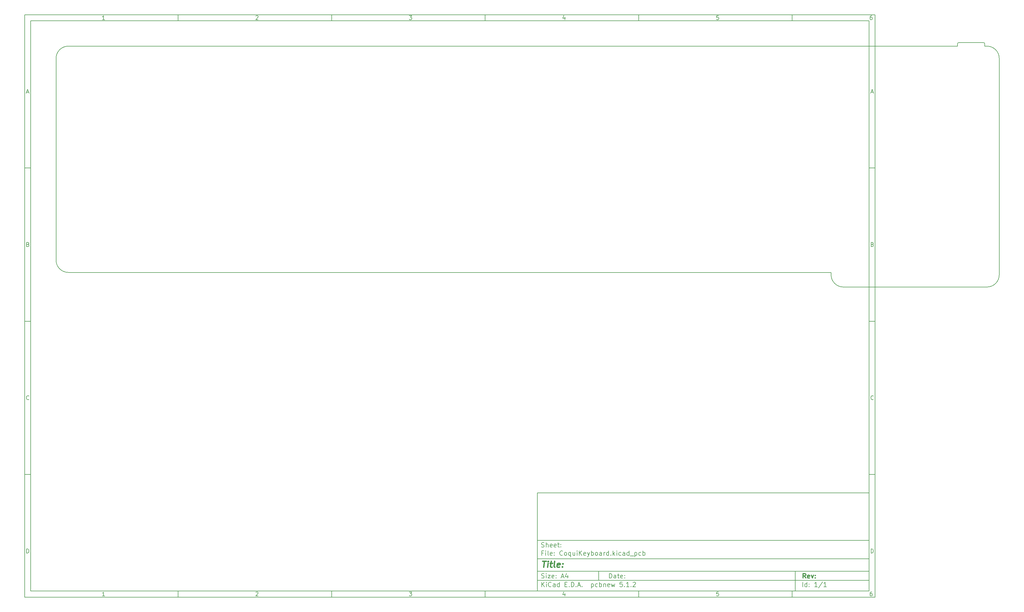
<source format=gbr>
%TF.GenerationSoftware,KiCad,Pcbnew,5.1.2*%
%TF.CreationDate,2019-06-09T19:24:23-04:00*%
%TF.ProjectId,CoquiKeyboard,436f7175-694b-4657-9962-6f6172642e6b,rev?*%
%TF.SameCoordinates,Original*%
%TF.FileFunction,Profile,NP*%
%FSLAX46Y46*%
G04 Gerber Fmt 4.6, Leading zero omitted, Abs format (unit mm)*
G04 Created by KiCad (PCBNEW 5.1.2) date 2019-06-09 19:24:23*
%MOMM*%
%LPD*%
G04 APERTURE LIST*
%ADD10C,0.100000*%
%ADD11C,0.150000*%
%ADD12C,0.300000*%
%ADD13C,0.400000*%
%ADD14C,0.200000*%
G04 APERTURE END LIST*
D10*
D11*
X177002200Y-166007200D02*
X177002200Y-198007200D01*
X285002200Y-198007200D01*
X285002200Y-166007200D01*
X177002200Y-166007200D01*
D10*
D11*
X10000000Y-10000000D02*
X10000000Y-200007200D01*
X287002200Y-200007200D01*
X287002200Y-10000000D01*
X10000000Y-10000000D01*
D10*
D11*
X12000000Y-12000000D02*
X12000000Y-198007200D01*
X285002200Y-198007200D01*
X285002200Y-12000000D01*
X12000000Y-12000000D01*
D10*
D11*
X60000000Y-12000000D02*
X60000000Y-10000000D01*
D10*
D11*
X110000000Y-12000000D02*
X110000000Y-10000000D01*
D10*
D11*
X160000000Y-12000000D02*
X160000000Y-10000000D01*
D10*
D11*
X210000000Y-12000000D02*
X210000000Y-10000000D01*
D10*
D11*
X260000000Y-12000000D02*
X260000000Y-10000000D01*
D10*
D11*
X36065476Y-11588095D02*
X35322619Y-11588095D01*
X35694047Y-11588095D02*
X35694047Y-10288095D01*
X35570238Y-10473809D01*
X35446428Y-10597619D01*
X35322619Y-10659523D01*
D10*
D11*
X85322619Y-10411904D02*
X85384523Y-10350000D01*
X85508333Y-10288095D01*
X85817857Y-10288095D01*
X85941666Y-10350000D01*
X86003571Y-10411904D01*
X86065476Y-10535714D01*
X86065476Y-10659523D01*
X86003571Y-10845238D01*
X85260714Y-11588095D01*
X86065476Y-11588095D01*
D10*
D11*
X135260714Y-10288095D02*
X136065476Y-10288095D01*
X135632142Y-10783333D01*
X135817857Y-10783333D01*
X135941666Y-10845238D01*
X136003571Y-10907142D01*
X136065476Y-11030952D01*
X136065476Y-11340476D01*
X136003571Y-11464285D01*
X135941666Y-11526190D01*
X135817857Y-11588095D01*
X135446428Y-11588095D01*
X135322619Y-11526190D01*
X135260714Y-11464285D01*
D10*
D11*
X185941666Y-10721428D02*
X185941666Y-11588095D01*
X185632142Y-10226190D02*
X185322619Y-11154761D01*
X186127380Y-11154761D01*
D10*
D11*
X236003571Y-10288095D02*
X235384523Y-10288095D01*
X235322619Y-10907142D01*
X235384523Y-10845238D01*
X235508333Y-10783333D01*
X235817857Y-10783333D01*
X235941666Y-10845238D01*
X236003571Y-10907142D01*
X236065476Y-11030952D01*
X236065476Y-11340476D01*
X236003571Y-11464285D01*
X235941666Y-11526190D01*
X235817857Y-11588095D01*
X235508333Y-11588095D01*
X235384523Y-11526190D01*
X235322619Y-11464285D01*
D10*
D11*
X285941666Y-10288095D02*
X285694047Y-10288095D01*
X285570238Y-10350000D01*
X285508333Y-10411904D01*
X285384523Y-10597619D01*
X285322619Y-10845238D01*
X285322619Y-11340476D01*
X285384523Y-11464285D01*
X285446428Y-11526190D01*
X285570238Y-11588095D01*
X285817857Y-11588095D01*
X285941666Y-11526190D01*
X286003571Y-11464285D01*
X286065476Y-11340476D01*
X286065476Y-11030952D01*
X286003571Y-10907142D01*
X285941666Y-10845238D01*
X285817857Y-10783333D01*
X285570238Y-10783333D01*
X285446428Y-10845238D01*
X285384523Y-10907142D01*
X285322619Y-11030952D01*
D10*
D11*
X60000000Y-198007200D02*
X60000000Y-200007200D01*
D10*
D11*
X110000000Y-198007200D02*
X110000000Y-200007200D01*
D10*
D11*
X160000000Y-198007200D02*
X160000000Y-200007200D01*
D10*
D11*
X210000000Y-198007200D02*
X210000000Y-200007200D01*
D10*
D11*
X260000000Y-198007200D02*
X260000000Y-200007200D01*
D10*
D11*
X36065476Y-199595295D02*
X35322619Y-199595295D01*
X35694047Y-199595295D02*
X35694047Y-198295295D01*
X35570238Y-198481009D01*
X35446428Y-198604819D01*
X35322619Y-198666723D01*
D10*
D11*
X85322619Y-198419104D02*
X85384523Y-198357200D01*
X85508333Y-198295295D01*
X85817857Y-198295295D01*
X85941666Y-198357200D01*
X86003571Y-198419104D01*
X86065476Y-198542914D01*
X86065476Y-198666723D01*
X86003571Y-198852438D01*
X85260714Y-199595295D01*
X86065476Y-199595295D01*
D10*
D11*
X135260714Y-198295295D02*
X136065476Y-198295295D01*
X135632142Y-198790533D01*
X135817857Y-198790533D01*
X135941666Y-198852438D01*
X136003571Y-198914342D01*
X136065476Y-199038152D01*
X136065476Y-199347676D01*
X136003571Y-199471485D01*
X135941666Y-199533390D01*
X135817857Y-199595295D01*
X135446428Y-199595295D01*
X135322619Y-199533390D01*
X135260714Y-199471485D01*
D10*
D11*
X185941666Y-198728628D02*
X185941666Y-199595295D01*
X185632142Y-198233390D02*
X185322619Y-199161961D01*
X186127380Y-199161961D01*
D10*
D11*
X236003571Y-198295295D02*
X235384523Y-198295295D01*
X235322619Y-198914342D01*
X235384523Y-198852438D01*
X235508333Y-198790533D01*
X235817857Y-198790533D01*
X235941666Y-198852438D01*
X236003571Y-198914342D01*
X236065476Y-199038152D01*
X236065476Y-199347676D01*
X236003571Y-199471485D01*
X235941666Y-199533390D01*
X235817857Y-199595295D01*
X235508333Y-199595295D01*
X235384523Y-199533390D01*
X235322619Y-199471485D01*
D10*
D11*
X285941666Y-198295295D02*
X285694047Y-198295295D01*
X285570238Y-198357200D01*
X285508333Y-198419104D01*
X285384523Y-198604819D01*
X285322619Y-198852438D01*
X285322619Y-199347676D01*
X285384523Y-199471485D01*
X285446428Y-199533390D01*
X285570238Y-199595295D01*
X285817857Y-199595295D01*
X285941666Y-199533390D01*
X286003571Y-199471485D01*
X286065476Y-199347676D01*
X286065476Y-199038152D01*
X286003571Y-198914342D01*
X285941666Y-198852438D01*
X285817857Y-198790533D01*
X285570238Y-198790533D01*
X285446428Y-198852438D01*
X285384523Y-198914342D01*
X285322619Y-199038152D01*
D10*
D11*
X10000000Y-60000000D02*
X12000000Y-60000000D01*
D10*
D11*
X10000000Y-110000000D02*
X12000000Y-110000000D01*
D10*
D11*
X10000000Y-160000000D02*
X12000000Y-160000000D01*
D10*
D11*
X10690476Y-35216666D02*
X11309523Y-35216666D01*
X10566666Y-35588095D02*
X11000000Y-34288095D01*
X11433333Y-35588095D01*
D10*
D11*
X11092857Y-84907142D02*
X11278571Y-84969047D01*
X11340476Y-85030952D01*
X11402380Y-85154761D01*
X11402380Y-85340476D01*
X11340476Y-85464285D01*
X11278571Y-85526190D01*
X11154761Y-85588095D01*
X10659523Y-85588095D01*
X10659523Y-84288095D01*
X11092857Y-84288095D01*
X11216666Y-84350000D01*
X11278571Y-84411904D01*
X11340476Y-84535714D01*
X11340476Y-84659523D01*
X11278571Y-84783333D01*
X11216666Y-84845238D01*
X11092857Y-84907142D01*
X10659523Y-84907142D01*
D10*
D11*
X11402380Y-135464285D02*
X11340476Y-135526190D01*
X11154761Y-135588095D01*
X11030952Y-135588095D01*
X10845238Y-135526190D01*
X10721428Y-135402380D01*
X10659523Y-135278571D01*
X10597619Y-135030952D01*
X10597619Y-134845238D01*
X10659523Y-134597619D01*
X10721428Y-134473809D01*
X10845238Y-134350000D01*
X11030952Y-134288095D01*
X11154761Y-134288095D01*
X11340476Y-134350000D01*
X11402380Y-134411904D01*
D10*
D11*
X10659523Y-185588095D02*
X10659523Y-184288095D01*
X10969047Y-184288095D01*
X11154761Y-184350000D01*
X11278571Y-184473809D01*
X11340476Y-184597619D01*
X11402380Y-184845238D01*
X11402380Y-185030952D01*
X11340476Y-185278571D01*
X11278571Y-185402380D01*
X11154761Y-185526190D01*
X10969047Y-185588095D01*
X10659523Y-185588095D01*
D10*
D11*
X287002200Y-60000000D02*
X285002200Y-60000000D01*
D10*
D11*
X287002200Y-110000000D02*
X285002200Y-110000000D01*
D10*
D11*
X287002200Y-160000000D02*
X285002200Y-160000000D01*
D10*
D11*
X285692676Y-35216666D02*
X286311723Y-35216666D01*
X285568866Y-35588095D02*
X286002200Y-34288095D01*
X286435533Y-35588095D01*
D10*
D11*
X286095057Y-84907142D02*
X286280771Y-84969047D01*
X286342676Y-85030952D01*
X286404580Y-85154761D01*
X286404580Y-85340476D01*
X286342676Y-85464285D01*
X286280771Y-85526190D01*
X286156961Y-85588095D01*
X285661723Y-85588095D01*
X285661723Y-84288095D01*
X286095057Y-84288095D01*
X286218866Y-84350000D01*
X286280771Y-84411904D01*
X286342676Y-84535714D01*
X286342676Y-84659523D01*
X286280771Y-84783333D01*
X286218866Y-84845238D01*
X286095057Y-84907142D01*
X285661723Y-84907142D01*
D10*
D11*
X286404580Y-135464285D02*
X286342676Y-135526190D01*
X286156961Y-135588095D01*
X286033152Y-135588095D01*
X285847438Y-135526190D01*
X285723628Y-135402380D01*
X285661723Y-135278571D01*
X285599819Y-135030952D01*
X285599819Y-134845238D01*
X285661723Y-134597619D01*
X285723628Y-134473809D01*
X285847438Y-134350000D01*
X286033152Y-134288095D01*
X286156961Y-134288095D01*
X286342676Y-134350000D01*
X286404580Y-134411904D01*
D10*
D11*
X285661723Y-185588095D02*
X285661723Y-184288095D01*
X285971247Y-184288095D01*
X286156961Y-184350000D01*
X286280771Y-184473809D01*
X286342676Y-184597619D01*
X286404580Y-184845238D01*
X286404580Y-185030952D01*
X286342676Y-185278571D01*
X286280771Y-185402380D01*
X286156961Y-185526190D01*
X285971247Y-185588095D01*
X285661723Y-185588095D01*
D10*
D11*
X200434342Y-193785771D02*
X200434342Y-192285771D01*
X200791485Y-192285771D01*
X201005771Y-192357200D01*
X201148628Y-192500057D01*
X201220057Y-192642914D01*
X201291485Y-192928628D01*
X201291485Y-193142914D01*
X201220057Y-193428628D01*
X201148628Y-193571485D01*
X201005771Y-193714342D01*
X200791485Y-193785771D01*
X200434342Y-193785771D01*
X202577200Y-193785771D02*
X202577200Y-193000057D01*
X202505771Y-192857200D01*
X202362914Y-192785771D01*
X202077200Y-192785771D01*
X201934342Y-192857200D01*
X202577200Y-193714342D02*
X202434342Y-193785771D01*
X202077200Y-193785771D01*
X201934342Y-193714342D01*
X201862914Y-193571485D01*
X201862914Y-193428628D01*
X201934342Y-193285771D01*
X202077200Y-193214342D01*
X202434342Y-193214342D01*
X202577200Y-193142914D01*
X203077200Y-192785771D02*
X203648628Y-192785771D01*
X203291485Y-192285771D02*
X203291485Y-193571485D01*
X203362914Y-193714342D01*
X203505771Y-193785771D01*
X203648628Y-193785771D01*
X204720057Y-193714342D02*
X204577200Y-193785771D01*
X204291485Y-193785771D01*
X204148628Y-193714342D01*
X204077200Y-193571485D01*
X204077200Y-193000057D01*
X204148628Y-192857200D01*
X204291485Y-192785771D01*
X204577200Y-192785771D01*
X204720057Y-192857200D01*
X204791485Y-193000057D01*
X204791485Y-193142914D01*
X204077200Y-193285771D01*
X205434342Y-193642914D02*
X205505771Y-193714342D01*
X205434342Y-193785771D01*
X205362914Y-193714342D01*
X205434342Y-193642914D01*
X205434342Y-193785771D01*
X205434342Y-192857200D02*
X205505771Y-192928628D01*
X205434342Y-193000057D01*
X205362914Y-192928628D01*
X205434342Y-192857200D01*
X205434342Y-193000057D01*
D10*
D11*
X177002200Y-194507200D02*
X285002200Y-194507200D01*
D10*
D11*
X178434342Y-196585771D02*
X178434342Y-195085771D01*
X179291485Y-196585771D02*
X178648628Y-195728628D01*
X179291485Y-195085771D02*
X178434342Y-195942914D01*
X179934342Y-196585771D02*
X179934342Y-195585771D01*
X179934342Y-195085771D02*
X179862914Y-195157200D01*
X179934342Y-195228628D01*
X180005771Y-195157200D01*
X179934342Y-195085771D01*
X179934342Y-195228628D01*
X181505771Y-196442914D02*
X181434342Y-196514342D01*
X181220057Y-196585771D01*
X181077200Y-196585771D01*
X180862914Y-196514342D01*
X180720057Y-196371485D01*
X180648628Y-196228628D01*
X180577200Y-195942914D01*
X180577200Y-195728628D01*
X180648628Y-195442914D01*
X180720057Y-195300057D01*
X180862914Y-195157200D01*
X181077200Y-195085771D01*
X181220057Y-195085771D01*
X181434342Y-195157200D01*
X181505771Y-195228628D01*
X182791485Y-196585771D02*
X182791485Y-195800057D01*
X182720057Y-195657200D01*
X182577200Y-195585771D01*
X182291485Y-195585771D01*
X182148628Y-195657200D01*
X182791485Y-196514342D02*
X182648628Y-196585771D01*
X182291485Y-196585771D01*
X182148628Y-196514342D01*
X182077200Y-196371485D01*
X182077200Y-196228628D01*
X182148628Y-196085771D01*
X182291485Y-196014342D01*
X182648628Y-196014342D01*
X182791485Y-195942914D01*
X184148628Y-196585771D02*
X184148628Y-195085771D01*
X184148628Y-196514342D02*
X184005771Y-196585771D01*
X183720057Y-196585771D01*
X183577200Y-196514342D01*
X183505771Y-196442914D01*
X183434342Y-196300057D01*
X183434342Y-195871485D01*
X183505771Y-195728628D01*
X183577200Y-195657200D01*
X183720057Y-195585771D01*
X184005771Y-195585771D01*
X184148628Y-195657200D01*
X186005771Y-195800057D02*
X186505771Y-195800057D01*
X186720057Y-196585771D02*
X186005771Y-196585771D01*
X186005771Y-195085771D01*
X186720057Y-195085771D01*
X187362914Y-196442914D02*
X187434342Y-196514342D01*
X187362914Y-196585771D01*
X187291485Y-196514342D01*
X187362914Y-196442914D01*
X187362914Y-196585771D01*
X188077200Y-196585771D02*
X188077200Y-195085771D01*
X188434342Y-195085771D01*
X188648628Y-195157200D01*
X188791485Y-195300057D01*
X188862914Y-195442914D01*
X188934342Y-195728628D01*
X188934342Y-195942914D01*
X188862914Y-196228628D01*
X188791485Y-196371485D01*
X188648628Y-196514342D01*
X188434342Y-196585771D01*
X188077200Y-196585771D01*
X189577200Y-196442914D02*
X189648628Y-196514342D01*
X189577200Y-196585771D01*
X189505771Y-196514342D01*
X189577200Y-196442914D01*
X189577200Y-196585771D01*
X190220057Y-196157200D02*
X190934342Y-196157200D01*
X190077200Y-196585771D02*
X190577200Y-195085771D01*
X191077200Y-196585771D01*
X191577200Y-196442914D02*
X191648628Y-196514342D01*
X191577200Y-196585771D01*
X191505771Y-196514342D01*
X191577200Y-196442914D01*
X191577200Y-196585771D01*
X194577200Y-195585771D02*
X194577200Y-197085771D01*
X194577200Y-195657200D02*
X194720057Y-195585771D01*
X195005771Y-195585771D01*
X195148628Y-195657200D01*
X195220057Y-195728628D01*
X195291485Y-195871485D01*
X195291485Y-196300057D01*
X195220057Y-196442914D01*
X195148628Y-196514342D01*
X195005771Y-196585771D01*
X194720057Y-196585771D01*
X194577200Y-196514342D01*
X196577200Y-196514342D02*
X196434342Y-196585771D01*
X196148628Y-196585771D01*
X196005771Y-196514342D01*
X195934342Y-196442914D01*
X195862914Y-196300057D01*
X195862914Y-195871485D01*
X195934342Y-195728628D01*
X196005771Y-195657200D01*
X196148628Y-195585771D01*
X196434342Y-195585771D01*
X196577200Y-195657200D01*
X197220057Y-196585771D02*
X197220057Y-195085771D01*
X197220057Y-195657200D02*
X197362914Y-195585771D01*
X197648628Y-195585771D01*
X197791485Y-195657200D01*
X197862914Y-195728628D01*
X197934342Y-195871485D01*
X197934342Y-196300057D01*
X197862914Y-196442914D01*
X197791485Y-196514342D01*
X197648628Y-196585771D01*
X197362914Y-196585771D01*
X197220057Y-196514342D01*
X198577200Y-195585771D02*
X198577200Y-196585771D01*
X198577200Y-195728628D02*
X198648628Y-195657200D01*
X198791485Y-195585771D01*
X199005771Y-195585771D01*
X199148628Y-195657200D01*
X199220057Y-195800057D01*
X199220057Y-196585771D01*
X200505771Y-196514342D02*
X200362914Y-196585771D01*
X200077200Y-196585771D01*
X199934342Y-196514342D01*
X199862914Y-196371485D01*
X199862914Y-195800057D01*
X199934342Y-195657200D01*
X200077200Y-195585771D01*
X200362914Y-195585771D01*
X200505771Y-195657200D01*
X200577200Y-195800057D01*
X200577200Y-195942914D01*
X199862914Y-196085771D01*
X201077200Y-195585771D02*
X201362914Y-196585771D01*
X201648628Y-195871485D01*
X201934342Y-196585771D01*
X202220057Y-195585771D01*
X204648628Y-195085771D02*
X203934342Y-195085771D01*
X203862914Y-195800057D01*
X203934342Y-195728628D01*
X204077200Y-195657200D01*
X204434342Y-195657200D01*
X204577200Y-195728628D01*
X204648628Y-195800057D01*
X204720057Y-195942914D01*
X204720057Y-196300057D01*
X204648628Y-196442914D01*
X204577200Y-196514342D01*
X204434342Y-196585771D01*
X204077200Y-196585771D01*
X203934342Y-196514342D01*
X203862914Y-196442914D01*
X205362914Y-196442914D02*
X205434342Y-196514342D01*
X205362914Y-196585771D01*
X205291485Y-196514342D01*
X205362914Y-196442914D01*
X205362914Y-196585771D01*
X206862914Y-196585771D02*
X206005771Y-196585771D01*
X206434342Y-196585771D02*
X206434342Y-195085771D01*
X206291485Y-195300057D01*
X206148628Y-195442914D01*
X206005771Y-195514342D01*
X207505771Y-196442914D02*
X207577200Y-196514342D01*
X207505771Y-196585771D01*
X207434342Y-196514342D01*
X207505771Y-196442914D01*
X207505771Y-196585771D01*
X208148628Y-195228628D02*
X208220057Y-195157200D01*
X208362914Y-195085771D01*
X208720057Y-195085771D01*
X208862914Y-195157200D01*
X208934342Y-195228628D01*
X209005771Y-195371485D01*
X209005771Y-195514342D01*
X208934342Y-195728628D01*
X208077200Y-196585771D01*
X209005771Y-196585771D01*
D10*
D11*
X177002200Y-191507200D02*
X285002200Y-191507200D01*
D10*
D12*
X264411485Y-193785771D02*
X263911485Y-193071485D01*
X263554342Y-193785771D02*
X263554342Y-192285771D01*
X264125771Y-192285771D01*
X264268628Y-192357200D01*
X264340057Y-192428628D01*
X264411485Y-192571485D01*
X264411485Y-192785771D01*
X264340057Y-192928628D01*
X264268628Y-193000057D01*
X264125771Y-193071485D01*
X263554342Y-193071485D01*
X265625771Y-193714342D02*
X265482914Y-193785771D01*
X265197200Y-193785771D01*
X265054342Y-193714342D01*
X264982914Y-193571485D01*
X264982914Y-193000057D01*
X265054342Y-192857200D01*
X265197200Y-192785771D01*
X265482914Y-192785771D01*
X265625771Y-192857200D01*
X265697200Y-193000057D01*
X265697200Y-193142914D01*
X264982914Y-193285771D01*
X266197200Y-192785771D02*
X266554342Y-193785771D01*
X266911485Y-192785771D01*
X267482914Y-193642914D02*
X267554342Y-193714342D01*
X267482914Y-193785771D01*
X267411485Y-193714342D01*
X267482914Y-193642914D01*
X267482914Y-193785771D01*
X267482914Y-192857200D02*
X267554342Y-192928628D01*
X267482914Y-193000057D01*
X267411485Y-192928628D01*
X267482914Y-192857200D01*
X267482914Y-193000057D01*
D10*
D11*
X178362914Y-193714342D02*
X178577200Y-193785771D01*
X178934342Y-193785771D01*
X179077200Y-193714342D01*
X179148628Y-193642914D01*
X179220057Y-193500057D01*
X179220057Y-193357200D01*
X179148628Y-193214342D01*
X179077200Y-193142914D01*
X178934342Y-193071485D01*
X178648628Y-193000057D01*
X178505771Y-192928628D01*
X178434342Y-192857200D01*
X178362914Y-192714342D01*
X178362914Y-192571485D01*
X178434342Y-192428628D01*
X178505771Y-192357200D01*
X178648628Y-192285771D01*
X179005771Y-192285771D01*
X179220057Y-192357200D01*
X179862914Y-193785771D02*
X179862914Y-192785771D01*
X179862914Y-192285771D02*
X179791485Y-192357200D01*
X179862914Y-192428628D01*
X179934342Y-192357200D01*
X179862914Y-192285771D01*
X179862914Y-192428628D01*
X180434342Y-192785771D02*
X181220057Y-192785771D01*
X180434342Y-193785771D01*
X181220057Y-193785771D01*
X182362914Y-193714342D02*
X182220057Y-193785771D01*
X181934342Y-193785771D01*
X181791485Y-193714342D01*
X181720057Y-193571485D01*
X181720057Y-193000057D01*
X181791485Y-192857200D01*
X181934342Y-192785771D01*
X182220057Y-192785771D01*
X182362914Y-192857200D01*
X182434342Y-193000057D01*
X182434342Y-193142914D01*
X181720057Y-193285771D01*
X183077200Y-193642914D02*
X183148628Y-193714342D01*
X183077200Y-193785771D01*
X183005771Y-193714342D01*
X183077200Y-193642914D01*
X183077200Y-193785771D01*
X183077200Y-192857200D02*
X183148628Y-192928628D01*
X183077200Y-193000057D01*
X183005771Y-192928628D01*
X183077200Y-192857200D01*
X183077200Y-193000057D01*
X184862914Y-193357200D02*
X185577200Y-193357200D01*
X184720057Y-193785771D02*
X185220057Y-192285771D01*
X185720057Y-193785771D01*
X186862914Y-192785771D02*
X186862914Y-193785771D01*
X186505771Y-192214342D02*
X186148628Y-193285771D01*
X187077200Y-193285771D01*
D10*
D11*
X263434342Y-196585771D02*
X263434342Y-195085771D01*
X264791485Y-196585771D02*
X264791485Y-195085771D01*
X264791485Y-196514342D02*
X264648628Y-196585771D01*
X264362914Y-196585771D01*
X264220057Y-196514342D01*
X264148628Y-196442914D01*
X264077200Y-196300057D01*
X264077200Y-195871485D01*
X264148628Y-195728628D01*
X264220057Y-195657200D01*
X264362914Y-195585771D01*
X264648628Y-195585771D01*
X264791485Y-195657200D01*
X265505771Y-196442914D02*
X265577200Y-196514342D01*
X265505771Y-196585771D01*
X265434342Y-196514342D01*
X265505771Y-196442914D01*
X265505771Y-196585771D01*
X265505771Y-195657200D02*
X265577200Y-195728628D01*
X265505771Y-195800057D01*
X265434342Y-195728628D01*
X265505771Y-195657200D01*
X265505771Y-195800057D01*
X268148628Y-196585771D02*
X267291485Y-196585771D01*
X267720057Y-196585771D02*
X267720057Y-195085771D01*
X267577200Y-195300057D01*
X267434342Y-195442914D01*
X267291485Y-195514342D01*
X269862914Y-195014342D02*
X268577200Y-196942914D01*
X271148628Y-196585771D02*
X270291485Y-196585771D01*
X270720057Y-196585771D02*
X270720057Y-195085771D01*
X270577200Y-195300057D01*
X270434342Y-195442914D01*
X270291485Y-195514342D01*
D10*
D11*
X177002200Y-187507200D02*
X285002200Y-187507200D01*
D10*
D13*
X178714580Y-188211961D02*
X179857438Y-188211961D01*
X179036009Y-190211961D02*
X179286009Y-188211961D01*
X180274104Y-190211961D02*
X180440771Y-188878628D01*
X180524104Y-188211961D02*
X180416961Y-188307200D01*
X180500295Y-188402438D01*
X180607438Y-188307200D01*
X180524104Y-188211961D01*
X180500295Y-188402438D01*
X181107438Y-188878628D02*
X181869342Y-188878628D01*
X181476485Y-188211961D02*
X181262200Y-189926247D01*
X181333628Y-190116723D01*
X181512200Y-190211961D01*
X181702676Y-190211961D01*
X182655057Y-190211961D02*
X182476485Y-190116723D01*
X182405057Y-189926247D01*
X182619342Y-188211961D01*
X184190771Y-190116723D02*
X183988390Y-190211961D01*
X183607438Y-190211961D01*
X183428866Y-190116723D01*
X183357438Y-189926247D01*
X183452676Y-189164342D01*
X183571723Y-188973866D01*
X183774104Y-188878628D01*
X184155057Y-188878628D01*
X184333628Y-188973866D01*
X184405057Y-189164342D01*
X184381247Y-189354819D01*
X183405057Y-189545295D01*
X185155057Y-190021485D02*
X185238390Y-190116723D01*
X185131247Y-190211961D01*
X185047914Y-190116723D01*
X185155057Y-190021485D01*
X185131247Y-190211961D01*
X185286009Y-188973866D02*
X185369342Y-189069104D01*
X185262200Y-189164342D01*
X185178866Y-189069104D01*
X185286009Y-188973866D01*
X185262200Y-189164342D01*
D10*
D11*
X178934342Y-185600057D02*
X178434342Y-185600057D01*
X178434342Y-186385771D02*
X178434342Y-184885771D01*
X179148628Y-184885771D01*
X179720057Y-186385771D02*
X179720057Y-185385771D01*
X179720057Y-184885771D02*
X179648628Y-184957200D01*
X179720057Y-185028628D01*
X179791485Y-184957200D01*
X179720057Y-184885771D01*
X179720057Y-185028628D01*
X180648628Y-186385771D02*
X180505771Y-186314342D01*
X180434342Y-186171485D01*
X180434342Y-184885771D01*
X181791485Y-186314342D02*
X181648628Y-186385771D01*
X181362914Y-186385771D01*
X181220057Y-186314342D01*
X181148628Y-186171485D01*
X181148628Y-185600057D01*
X181220057Y-185457200D01*
X181362914Y-185385771D01*
X181648628Y-185385771D01*
X181791485Y-185457200D01*
X181862914Y-185600057D01*
X181862914Y-185742914D01*
X181148628Y-185885771D01*
X182505771Y-186242914D02*
X182577200Y-186314342D01*
X182505771Y-186385771D01*
X182434342Y-186314342D01*
X182505771Y-186242914D01*
X182505771Y-186385771D01*
X182505771Y-185457200D02*
X182577200Y-185528628D01*
X182505771Y-185600057D01*
X182434342Y-185528628D01*
X182505771Y-185457200D01*
X182505771Y-185600057D01*
X185220057Y-186242914D02*
X185148628Y-186314342D01*
X184934342Y-186385771D01*
X184791485Y-186385771D01*
X184577200Y-186314342D01*
X184434342Y-186171485D01*
X184362914Y-186028628D01*
X184291485Y-185742914D01*
X184291485Y-185528628D01*
X184362914Y-185242914D01*
X184434342Y-185100057D01*
X184577200Y-184957200D01*
X184791485Y-184885771D01*
X184934342Y-184885771D01*
X185148628Y-184957200D01*
X185220057Y-185028628D01*
X186077200Y-186385771D02*
X185934342Y-186314342D01*
X185862914Y-186242914D01*
X185791485Y-186100057D01*
X185791485Y-185671485D01*
X185862914Y-185528628D01*
X185934342Y-185457200D01*
X186077200Y-185385771D01*
X186291485Y-185385771D01*
X186434342Y-185457200D01*
X186505771Y-185528628D01*
X186577200Y-185671485D01*
X186577200Y-186100057D01*
X186505771Y-186242914D01*
X186434342Y-186314342D01*
X186291485Y-186385771D01*
X186077200Y-186385771D01*
X187862914Y-185385771D02*
X187862914Y-186885771D01*
X187862914Y-186314342D02*
X187720057Y-186385771D01*
X187434342Y-186385771D01*
X187291485Y-186314342D01*
X187220057Y-186242914D01*
X187148628Y-186100057D01*
X187148628Y-185671485D01*
X187220057Y-185528628D01*
X187291485Y-185457200D01*
X187434342Y-185385771D01*
X187720057Y-185385771D01*
X187862914Y-185457200D01*
X189220057Y-185385771D02*
X189220057Y-186385771D01*
X188577200Y-185385771D02*
X188577200Y-186171485D01*
X188648628Y-186314342D01*
X188791485Y-186385771D01*
X189005771Y-186385771D01*
X189148628Y-186314342D01*
X189220057Y-186242914D01*
X189934342Y-186385771D02*
X189934342Y-185385771D01*
X189934342Y-184885771D02*
X189862914Y-184957200D01*
X189934342Y-185028628D01*
X190005771Y-184957200D01*
X189934342Y-184885771D01*
X189934342Y-185028628D01*
X190648628Y-186385771D02*
X190648628Y-184885771D01*
X191505771Y-186385771D02*
X190862914Y-185528628D01*
X191505771Y-184885771D02*
X190648628Y-185742914D01*
X192720057Y-186314342D02*
X192577200Y-186385771D01*
X192291485Y-186385771D01*
X192148628Y-186314342D01*
X192077200Y-186171485D01*
X192077200Y-185600057D01*
X192148628Y-185457200D01*
X192291485Y-185385771D01*
X192577200Y-185385771D01*
X192720057Y-185457200D01*
X192791485Y-185600057D01*
X192791485Y-185742914D01*
X192077200Y-185885771D01*
X193291485Y-185385771D02*
X193648628Y-186385771D01*
X194005771Y-185385771D02*
X193648628Y-186385771D01*
X193505771Y-186742914D01*
X193434342Y-186814342D01*
X193291485Y-186885771D01*
X194577200Y-186385771D02*
X194577200Y-184885771D01*
X194577200Y-185457200D02*
X194720057Y-185385771D01*
X195005771Y-185385771D01*
X195148628Y-185457200D01*
X195220057Y-185528628D01*
X195291485Y-185671485D01*
X195291485Y-186100057D01*
X195220057Y-186242914D01*
X195148628Y-186314342D01*
X195005771Y-186385771D01*
X194720057Y-186385771D01*
X194577200Y-186314342D01*
X196148628Y-186385771D02*
X196005771Y-186314342D01*
X195934342Y-186242914D01*
X195862914Y-186100057D01*
X195862914Y-185671485D01*
X195934342Y-185528628D01*
X196005771Y-185457200D01*
X196148628Y-185385771D01*
X196362914Y-185385771D01*
X196505771Y-185457200D01*
X196577200Y-185528628D01*
X196648628Y-185671485D01*
X196648628Y-186100057D01*
X196577200Y-186242914D01*
X196505771Y-186314342D01*
X196362914Y-186385771D01*
X196148628Y-186385771D01*
X197934342Y-186385771D02*
X197934342Y-185600057D01*
X197862914Y-185457200D01*
X197720057Y-185385771D01*
X197434342Y-185385771D01*
X197291485Y-185457200D01*
X197934342Y-186314342D02*
X197791485Y-186385771D01*
X197434342Y-186385771D01*
X197291485Y-186314342D01*
X197220057Y-186171485D01*
X197220057Y-186028628D01*
X197291485Y-185885771D01*
X197434342Y-185814342D01*
X197791485Y-185814342D01*
X197934342Y-185742914D01*
X198648628Y-186385771D02*
X198648628Y-185385771D01*
X198648628Y-185671485D02*
X198720057Y-185528628D01*
X198791485Y-185457200D01*
X198934342Y-185385771D01*
X199077200Y-185385771D01*
X200220057Y-186385771D02*
X200220057Y-184885771D01*
X200220057Y-186314342D02*
X200077200Y-186385771D01*
X199791485Y-186385771D01*
X199648628Y-186314342D01*
X199577200Y-186242914D01*
X199505771Y-186100057D01*
X199505771Y-185671485D01*
X199577200Y-185528628D01*
X199648628Y-185457200D01*
X199791485Y-185385771D01*
X200077200Y-185385771D01*
X200220057Y-185457200D01*
X200934342Y-186242914D02*
X201005771Y-186314342D01*
X200934342Y-186385771D01*
X200862914Y-186314342D01*
X200934342Y-186242914D01*
X200934342Y-186385771D01*
X201648628Y-186385771D02*
X201648628Y-184885771D01*
X201791485Y-185814342D02*
X202220057Y-186385771D01*
X202220057Y-185385771D02*
X201648628Y-185957200D01*
X202862914Y-186385771D02*
X202862914Y-185385771D01*
X202862914Y-184885771D02*
X202791485Y-184957200D01*
X202862914Y-185028628D01*
X202934342Y-184957200D01*
X202862914Y-184885771D01*
X202862914Y-185028628D01*
X204220057Y-186314342D02*
X204077200Y-186385771D01*
X203791485Y-186385771D01*
X203648628Y-186314342D01*
X203577200Y-186242914D01*
X203505771Y-186100057D01*
X203505771Y-185671485D01*
X203577200Y-185528628D01*
X203648628Y-185457200D01*
X203791485Y-185385771D01*
X204077200Y-185385771D01*
X204220057Y-185457200D01*
X205505771Y-186385771D02*
X205505771Y-185600057D01*
X205434342Y-185457200D01*
X205291485Y-185385771D01*
X205005771Y-185385771D01*
X204862914Y-185457200D01*
X205505771Y-186314342D02*
X205362914Y-186385771D01*
X205005771Y-186385771D01*
X204862914Y-186314342D01*
X204791485Y-186171485D01*
X204791485Y-186028628D01*
X204862914Y-185885771D01*
X205005771Y-185814342D01*
X205362914Y-185814342D01*
X205505771Y-185742914D01*
X206862914Y-186385771D02*
X206862914Y-184885771D01*
X206862914Y-186314342D02*
X206720057Y-186385771D01*
X206434342Y-186385771D01*
X206291485Y-186314342D01*
X206220057Y-186242914D01*
X206148628Y-186100057D01*
X206148628Y-185671485D01*
X206220057Y-185528628D01*
X206291485Y-185457200D01*
X206434342Y-185385771D01*
X206720057Y-185385771D01*
X206862914Y-185457200D01*
X207220057Y-186528628D02*
X208362914Y-186528628D01*
X208720057Y-185385771D02*
X208720057Y-186885771D01*
X208720057Y-185457200D02*
X208862914Y-185385771D01*
X209148628Y-185385771D01*
X209291485Y-185457200D01*
X209362914Y-185528628D01*
X209434342Y-185671485D01*
X209434342Y-186100057D01*
X209362914Y-186242914D01*
X209291485Y-186314342D01*
X209148628Y-186385771D01*
X208862914Y-186385771D01*
X208720057Y-186314342D01*
X210720057Y-186314342D02*
X210577200Y-186385771D01*
X210291485Y-186385771D01*
X210148628Y-186314342D01*
X210077200Y-186242914D01*
X210005771Y-186100057D01*
X210005771Y-185671485D01*
X210077200Y-185528628D01*
X210148628Y-185457200D01*
X210291485Y-185385771D01*
X210577200Y-185385771D01*
X210720057Y-185457200D01*
X211362914Y-186385771D02*
X211362914Y-184885771D01*
X211362914Y-185457200D02*
X211505771Y-185385771D01*
X211791485Y-185385771D01*
X211934342Y-185457200D01*
X212005771Y-185528628D01*
X212077200Y-185671485D01*
X212077200Y-186100057D01*
X212005771Y-186242914D01*
X211934342Y-186314342D01*
X211791485Y-186385771D01*
X211505771Y-186385771D01*
X211362914Y-186314342D01*
D10*
D11*
X177002200Y-181507200D02*
X285002200Y-181507200D01*
D10*
D11*
X178362914Y-183614342D02*
X178577200Y-183685771D01*
X178934342Y-183685771D01*
X179077200Y-183614342D01*
X179148628Y-183542914D01*
X179220057Y-183400057D01*
X179220057Y-183257200D01*
X179148628Y-183114342D01*
X179077200Y-183042914D01*
X178934342Y-182971485D01*
X178648628Y-182900057D01*
X178505771Y-182828628D01*
X178434342Y-182757200D01*
X178362914Y-182614342D01*
X178362914Y-182471485D01*
X178434342Y-182328628D01*
X178505771Y-182257200D01*
X178648628Y-182185771D01*
X179005771Y-182185771D01*
X179220057Y-182257200D01*
X179862914Y-183685771D02*
X179862914Y-182185771D01*
X180505771Y-183685771D02*
X180505771Y-182900057D01*
X180434342Y-182757200D01*
X180291485Y-182685771D01*
X180077200Y-182685771D01*
X179934342Y-182757200D01*
X179862914Y-182828628D01*
X181791485Y-183614342D02*
X181648628Y-183685771D01*
X181362914Y-183685771D01*
X181220057Y-183614342D01*
X181148628Y-183471485D01*
X181148628Y-182900057D01*
X181220057Y-182757200D01*
X181362914Y-182685771D01*
X181648628Y-182685771D01*
X181791485Y-182757200D01*
X181862914Y-182900057D01*
X181862914Y-183042914D01*
X181148628Y-183185771D01*
X183077200Y-183614342D02*
X182934342Y-183685771D01*
X182648628Y-183685771D01*
X182505771Y-183614342D01*
X182434342Y-183471485D01*
X182434342Y-182900057D01*
X182505771Y-182757200D01*
X182648628Y-182685771D01*
X182934342Y-182685771D01*
X183077200Y-182757200D01*
X183148628Y-182900057D01*
X183148628Y-183042914D01*
X182434342Y-183185771D01*
X183577200Y-182685771D02*
X184148628Y-182685771D01*
X183791485Y-182185771D02*
X183791485Y-183471485D01*
X183862914Y-183614342D01*
X184005771Y-183685771D01*
X184148628Y-183685771D01*
X184648628Y-183542914D02*
X184720057Y-183614342D01*
X184648628Y-183685771D01*
X184577200Y-183614342D01*
X184648628Y-183542914D01*
X184648628Y-183685771D01*
X184648628Y-182757200D02*
X184720057Y-182828628D01*
X184648628Y-182900057D01*
X184577200Y-182828628D01*
X184648628Y-182757200D01*
X184648628Y-182900057D01*
D10*
D11*
X197002200Y-191507200D02*
X197002200Y-194507200D01*
D10*
D11*
X261002200Y-191507200D02*
X261002200Y-198007200D01*
D14*
X313797048Y-20240624D02*
X156864728Y-20240624D01*
X323421616Y-20240624D02*
X322726728Y-20240624D01*
X156864728Y-20240624D02*
X147935048Y-20240624D01*
X313797048Y-19550000D02*
G75*
G02X314297048Y-19050000I500000J0D01*
G01*
X322226728Y-19050000D02*
G75*
G02X322726728Y-19550000I0J-500000D01*
G01*
X24240624Y-20240624D02*
X147935048Y-20240624D01*
X313797048Y-19550000D02*
X313797048Y-20240624D01*
X322726728Y-19550000D02*
X322726728Y-20240624D01*
X314297048Y-19050000D02*
X322226728Y-19050000D01*
X323421616Y-20240624D02*
G75*
G02X327421616Y-24240624I0J-4000000D01*
G01*
X327421616Y-94821808D02*
G75*
G02X323421616Y-98821808I-4000000J0D01*
G01*
X276652912Y-98821808D02*
G75*
G02X272652912Y-94821808I0J4000000D01*
G01*
X24240624Y-94059312D02*
G75*
G02X20240624Y-90059312I0J4000000D01*
G01*
X20240624Y-24240624D02*
G75*
G02X24240624Y-20240624I4000000J0D01*
G01*
X20240624Y-90059312D02*
X20240624Y-24240624D01*
X272652912Y-94059312D02*
X24240624Y-94059312D01*
X272652912Y-94821808D02*
X272652912Y-94059312D01*
X323421616Y-98821808D02*
X276652912Y-98821808D01*
X327421616Y-24240624D02*
X327421616Y-94821808D01*
M02*

</source>
